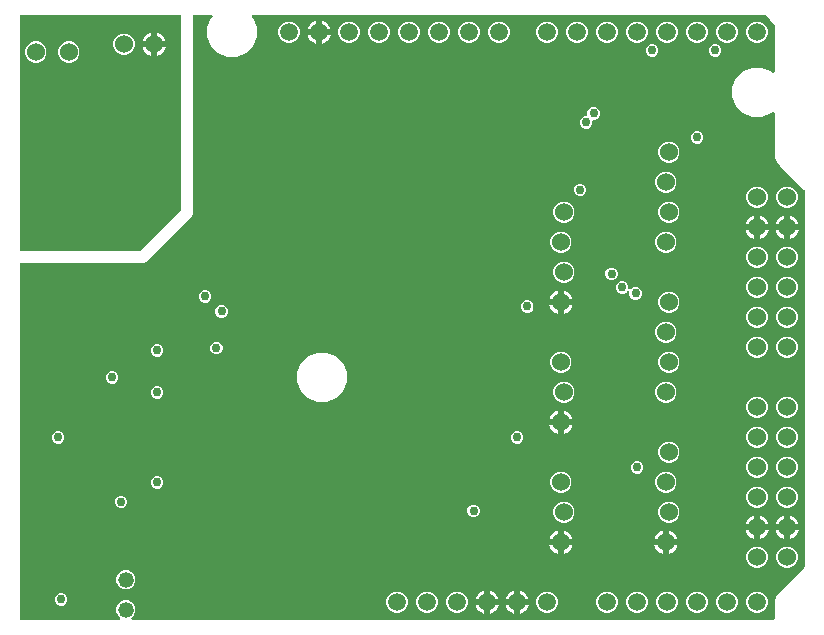
<source format=gbr>
G04 EAGLE Gerber RS-274X export*
G75*
%MOMM*%
%FSLAX34Y34*%
%LPD*%
%INEAGLE Copper Layer 2*%
%IPPOS*%
%AMOC8*
5,1,8,0,0,1.08239X$1,22.5*%
G01*
%ADD10C,1.508000*%
%ADD11C,1.524000*%
%ADD12C,1.320800*%
%ADD13C,0.756400*%

G36*
X94416Y10559D02*
X94416Y10559D01*
X94555Y10572D01*
X94574Y10579D01*
X94594Y10582D01*
X94723Y10633D01*
X94854Y10680D01*
X94871Y10691D01*
X94889Y10699D01*
X95002Y10780D01*
X95117Y10858D01*
X95130Y10874D01*
X95147Y10885D01*
X95236Y10993D01*
X95328Y11097D01*
X95337Y11115D01*
X95350Y11130D01*
X95409Y11256D01*
X95472Y11380D01*
X95477Y11400D01*
X95485Y11418D01*
X95511Y11555D01*
X95542Y11690D01*
X95541Y11711D01*
X95545Y11730D01*
X95536Y11869D01*
X95532Y12008D01*
X95526Y12028D01*
X95525Y12048D01*
X95482Y12180D01*
X95444Y12314D01*
X95433Y12331D01*
X95427Y12350D01*
X95353Y12468D01*
X95282Y12588D01*
X95264Y12609D01*
X95257Y12619D01*
X95242Y12633D01*
X95176Y12708D01*
X93439Y14445D01*
X92201Y17433D01*
X92201Y20667D01*
X93439Y23655D01*
X95725Y25941D01*
X98713Y27179D01*
X101947Y27179D01*
X104935Y25941D01*
X107221Y23655D01*
X108459Y20667D01*
X108459Y17433D01*
X107221Y14445D01*
X105484Y12708D01*
X105399Y12599D01*
X105310Y12492D01*
X105302Y12473D01*
X105289Y12457D01*
X105234Y12329D01*
X105175Y12204D01*
X105171Y12184D01*
X105163Y12165D01*
X105141Y12027D01*
X105115Y11891D01*
X105116Y11871D01*
X105113Y11851D01*
X105126Y11712D01*
X105135Y11574D01*
X105141Y11555D01*
X105143Y11535D01*
X105190Y11403D01*
X105233Y11272D01*
X105244Y11254D01*
X105251Y11235D01*
X105329Y11120D01*
X105403Y11003D01*
X105418Y10989D01*
X105429Y10972D01*
X105533Y10880D01*
X105635Y10785D01*
X105652Y10775D01*
X105668Y10762D01*
X105792Y10698D01*
X105913Y10631D01*
X105933Y10626D01*
X105951Y10617D01*
X106087Y10587D01*
X106221Y10552D01*
X106249Y10550D01*
X106261Y10547D01*
X106282Y10548D01*
X106382Y10542D01*
X648589Y10542D01*
X648707Y10557D01*
X648826Y10564D01*
X648864Y10577D01*
X648905Y10582D01*
X649015Y10625D01*
X649128Y10662D01*
X649163Y10684D01*
X649200Y10699D01*
X649296Y10768D01*
X649397Y10832D01*
X649425Y10862D01*
X649458Y10885D01*
X649534Y10977D01*
X649615Y11064D01*
X649635Y11099D01*
X649660Y11130D01*
X649711Y11238D01*
X649769Y11342D01*
X649779Y11382D01*
X649796Y11418D01*
X649818Y11535D01*
X649848Y11650D01*
X649852Y11710D01*
X649856Y11730D01*
X649854Y11751D01*
X649858Y11811D01*
X649858Y27497D01*
X651463Y31371D01*
X654607Y34515D01*
X674887Y54795D01*
X674947Y54873D01*
X675015Y54945D01*
X675044Y54998D01*
X675081Y55046D01*
X675121Y55137D01*
X675169Y55224D01*
X675184Y55282D01*
X675208Y55338D01*
X675223Y55436D01*
X675248Y55532D01*
X675254Y55632D01*
X675258Y55652D01*
X675256Y55664D01*
X675258Y55692D01*
X675258Y373568D01*
X675246Y373666D01*
X675243Y373765D01*
X675226Y373823D01*
X675218Y373883D01*
X675182Y373975D01*
X675154Y374070D01*
X675124Y374123D01*
X675101Y374179D01*
X675043Y374259D01*
X674993Y374344D01*
X674927Y374420D01*
X674915Y374436D01*
X674905Y374444D01*
X674887Y374465D01*
X654607Y394745D01*
X651463Y397889D01*
X649858Y401763D01*
X649858Y439358D01*
X649841Y439496D01*
X649828Y439635D01*
X649821Y439654D01*
X649818Y439674D01*
X649767Y439803D01*
X649720Y439934D01*
X649709Y439951D01*
X649701Y439969D01*
X649620Y440082D01*
X649542Y440197D01*
X649526Y440210D01*
X649515Y440227D01*
X649407Y440316D01*
X649303Y440407D01*
X649285Y440417D01*
X649270Y440430D01*
X649144Y440489D01*
X649020Y440552D01*
X649000Y440556D01*
X648982Y440565D01*
X648845Y440591D01*
X648710Y440622D01*
X648689Y440621D01*
X648670Y440625D01*
X648531Y440616D01*
X648392Y440612D01*
X648372Y440606D01*
X648352Y440605D01*
X648220Y440562D01*
X648086Y440524D01*
X648069Y440513D01*
X648050Y440507D01*
X647932Y440433D01*
X647812Y440362D01*
X647791Y440343D01*
X647781Y440337D01*
X647767Y440322D01*
X647692Y440256D01*
X646870Y439435D01*
X639168Y436244D01*
X630832Y436244D01*
X623130Y439435D01*
X617235Y445330D01*
X614044Y453032D01*
X614044Y461368D01*
X617235Y469070D01*
X623130Y474965D01*
X630832Y478156D01*
X639168Y478156D01*
X646870Y474965D01*
X647692Y474144D01*
X647786Y474071D01*
X647797Y474061D01*
X647804Y474057D01*
X647908Y473970D01*
X647927Y473962D01*
X647943Y473949D01*
X648070Y473894D01*
X648196Y473835D01*
X648216Y473831D01*
X648235Y473823D01*
X648373Y473801D01*
X648509Y473775D01*
X648529Y473776D01*
X648549Y473773D01*
X648688Y473786D01*
X648826Y473795D01*
X648845Y473801D01*
X648865Y473803D01*
X648997Y473850D01*
X649128Y473893D01*
X649146Y473904D01*
X649165Y473911D01*
X649280Y473989D01*
X649397Y474063D01*
X649411Y474078D01*
X649428Y474089D01*
X649520Y474193D01*
X649615Y474295D01*
X649625Y474312D01*
X649638Y474328D01*
X649701Y474451D01*
X649769Y474573D01*
X649774Y474593D01*
X649783Y474611D01*
X649813Y474747D01*
X649848Y474881D01*
X649850Y474909D01*
X649853Y474921D01*
X649852Y474942D01*
X649858Y475042D01*
X649858Y513566D01*
X649849Y513637D01*
X649850Y513708D01*
X649829Y513794D01*
X649818Y513881D01*
X649792Y513948D01*
X649775Y514017D01*
X649734Y514095D01*
X649701Y514177D01*
X649659Y514235D01*
X649626Y514298D01*
X649525Y514423D01*
X642170Y522447D01*
X642074Y522528D01*
X641981Y522615D01*
X641953Y522631D01*
X641927Y522652D01*
X641814Y522708D01*
X641703Y522769D01*
X641671Y522777D01*
X641641Y522791D01*
X641517Y522817D01*
X641395Y522848D01*
X641347Y522851D01*
X641330Y522855D01*
X641308Y522854D01*
X641234Y522858D01*
X208342Y522858D01*
X208204Y522841D01*
X208065Y522828D01*
X208046Y522821D01*
X208026Y522818D01*
X207897Y522767D01*
X207766Y522720D01*
X207749Y522709D01*
X207731Y522701D01*
X207618Y522620D01*
X207503Y522542D01*
X207490Y522526D01*
X207473Y522515D01*
X207384Y522407D01*
X207293Y522303D01*
X207283Y522285D01*
X207270Y522270D01*
X207211Y522144D01*
X207148Y522020D01*
X207144Y522000D01*
X207135Y521982D01*
X207109Y521845D01*
X207078Y521710D01*
X207079Y521689D01*
X207075Y521670D01*
X207084Y521531D01*
X207088Y521392D01*
X207094Y521372D01*
X207095Y521352D01*
X207138Y521220D01*
X207176Y521086D01*
X207187Y521069D01*
X207193Y521050D01*
X207267Y520932D01*
X207338Y520812D01*
X207357Y520791D01*
X207363Y520781D01*
X207378Y520767D01*
X207444Y520692D01*
X208265Y519870D01*
X211456Y512168D01*
X211456Y503832D01*
X208265Y496130D01*
X202370Y490235D01*
X194668Y487044D01*
X186332Y487044D01*
X178630Y490235D01*
X172735Y496130D01*
X169544Y503832D01*
X169544Y512168D01*
X172735Y519870D01*
X173556Y520692D01*
X173640Y520801D01*
X173730Y520908D01*
X173738Y520927D01*
X173751Y520943D01*
X173806Y521070D01*
X173865Y521196D01*
X173869Y521216D01*
X173877Y521235D01*
X173899Y521373D01*
X173925Y521509D01*
X173924Y521529D01*
X173927Y521549D01*
X173914Y521688D01*
X173905Y521826D01*
X173899Y521845D01*
X173897Y521865D01*
X173850Y521997D01*
X173807Y522128D01*
X173796Y522146D01*
X173789Y522165D01*
X173711Y522280D01*
X173637Y522397D01*
X173622Y522411D01*
X173611Y522428D01*
X173507Y522520D01*
X173405Y522615D01*
X173388Y522625D01*
X173372Y522638D01*
X173249Y522701D01*
X173127Y522769D01*
X173107Y522774D01*
X173089Y522783D01*
X172953Y522813D01*
X172819Y522848D01*
X172791Y522850D01*
X172779Y522853D01*
X172758Y522852D01*
X172658Y522858D01*
X158750Y522858D01*
X158632Y522843D01*
X158513Y522836D01*
X158475Y522823D01*
X158434Y522818D01*
X158324Y522775D01*
X158211Y522738D01*
X158176Y522716D01*
X158139Y522701D01*
X158043Y522632D01*
X157942Y522568D01*
X157914Y522538D01*
X157881Y522515D01*
X157805Y522423D01*
X157724Y522336D01*
X157704Y522301D01*
X157679Y522270D01*
X157628Y522162D01*
X157570Y522058D01*
X157560Y522018D01*
X157543Y521982D01*
X157521Y521865D01*
X157491Y521750D01*
X157487Y521690D01*
X157483Y521670D01*
X157485Y521649D01*
X157481Y521589D01*
X157481Y354589D01*
X156707Y352722D01*
X117178Y313193D01*
X115311Y312419D01*
X11811Y312419D01*
X11693Y312404D01*
X11574Y312397D01*
X11536Y312384D01*
X11495Y312379D01*
X11385Y312336D01*
X11272Y312299D01*
X11237Y312277D01*
X11200Y312262D01*
X11104Y312193D01*
X11003Y312129D01*
X10975Y312099D01*
X10942Y312076D01*
X10866Y311984D01*
X10785Y311897D01*
X10765Y311862D01*
X10740Y311831D01*
X10689Y311723D01*
X10631Y311619D01*
X10621Y311579D01*
X10604Y311543D01*
X10582Y311426D01*
X10552Y311311D01*
X10548Y311251D01*
X10544Y311231D01*
X10546Y311210D01*
X10542Y311150D01*
X10542Y11811D01*
X10557Y11693D01*
X10564Y11574D01*
X10577Y11536D01*
X10582Y11495D01*
X10625Y11385D01*
X10662Y11272D01*
X10684Y11237D01*
X10699Y11200D01*
X10768Y11104D01*
X10832Y11003D01*
X10862Y10975D01*
X10885Y10942D01*
X10977Y10866D01*
X11064Y10785D01*
X11099Y10765D01*
X11130Y10740D01*
X11238Y10689D01*
X11342Y10631D01*
X11382Y10621D01*
X11418Y10604D01*
X11535Y10582D01*
X11650Y10552D01*
X11710Y10548D01*
X11730Y10544D01*
X11751Y10546D01*
X11811Y10542D01*
X94278Y10542D01*
X94416Y10559D01*
G37*
G36*
X111768Y322593D02*
X111768Y322593D01*
X111867Y322596D01*
X111925Y322613D01*
X111985Y322621D01*
X112077Y322657D01*
X112172Y322685D01*
X112225Y322715D01*
X112281Y322738D01*
X112361Y322796D01*
X112446Y322846D01*
X112522Y322912D01*
X112538Y322924D01*
X112546Y322934D01*
X112567Y322952D01*
X146948Y357333D01*
X147008Y357411D01*
X147076Y357483D01*
X147105Y357536D01*
X147142Y357584D01*
X147182Y357675D01*
X147230Y357762D01*
X147245Y357820D01*
X147269Y357876D01*
X147284Y357974D01*
X147309Y358070D01*
X147315Y358170D01*
X147319Y358190D01*
X147317Y358202D01*
X147319Y358230D01*
X147319Y521589D01*
X147304Y521707D01*
X147297Y521826D01*
X147284Y521864D01*
X147279Y521905D01*
X147236Y522015D01*
X147199Y522128D01*
X147177Y522163D01*
X147162Y522200D01*
X147093Y522296D01*
X147029Y522397D01*
X146999Y522425D01*
X146976Y522458D01*
X146884Y522534D01*
X146797Y522615D01*
X146762Y522635D01*
X146731Y522660D01*
X146623Y522711D01*
X146519Y522769D01*
X146479Y522779D01*
X146443Y522796D01*
X146326Y522818D01*
X146211Y522848D01*
X146151Y522852D01*
X146131Y522856D01*
X146110Y522854D01*
X146050Y522858D01*
X11811Y522858D01*
X11693Y522843D01*
X11574Y522836D01*
X11536Y522823D01*
X11495Y522818D01*
X11385Y522775D01*
X11272Y522738D01*
X11237Y522716D01*
X11200Y522701D01*
X11104Y522632D01*
X11003Y522568D01*
X10975Y522538D01*
X10942Y522515D01*
X10866Y522423D01*
X10785Y522336D01*
X10765Y522301D01*
X10740Y522270D01*
X10689Y522162D01*
X10631Y522058D01*
X10621Y522018D01*
X10604Y521982D01*
X10582Y521865D01*
X10552Y521750D01*
X10548Y521690D01*
X10544Y521670D01*
X10546Y521649D01*
X10542Y521589D01*
X10542Y323850D01*
X10557Y323732D01*
X10564Y323613D01*
X10577Y323575D01*
X10582Y323534D01*
X10625Y323424D01*
X10662Y323311D01*
X10684Y323276D01*
X10699Y323239D01*
X10768Y323143D01*
X10832Y323042D01*
X10862Y323014D01*
X10885Y322981D01*
X10977Y322905D01*
X11064Y322824D01*
X11099Y322804D01*
X11130Y322779D01*
X11238Y322728D01*
X11342Y322670D01*
X11382Y322660D01*
X11418Y322643D01*
X11535Y322621D01*
X11650Y322591D01*
X11710Y322587D01*
X11730Y322583D01*
X11751Y322585D01*
X11811Y322581D01*
X111670Y322581D01*
X111768Y322593D01*
G37*
%LPC*%
G36*
X262532Y194944D02*
X262532Y194944D01*
X254830Y198135D01*
X248935Y204030D01*
X245744Y211732D01*
X245744Y220068D01*
X248935Y227770D01*
X254830Y233665D01*
X262532Y236856D01*
X270868Y236856D01*
X278570Y233665D01*
X284465Y227770D01*
X287656Y220068D01*
X287656Y211732D01*
X284465Y204030D01*
X278570Y198135D01*
X270868Y194944D01*
X262532Y194944D01*
G37*
%LPD*%
%LPC*%
G36*
X658581Y130555D02*
X658581Y130555D01*
X655220Y131947D01*
X652647Y134520D01*
X651255Y137881D01*
X651255Y141519D01*
X652647Y144880D01*
X655220Y147453D01*
X658581Y148845D01*
X662219Y148845D01*
X665580Y147453D01*
X668153Y144880D01*
X669545Y141519D01*
X669545Y137881D01*
X668153Y134520D01*
X665580Y131947D01*
X662219Y130555D01*
X658581Y130555D01*
G37*
%LPD*%
%LPC*%
G36*
X633181Y155955D02*
X633181Y155955D01*
X629820Y157347D01*
X627247Y159920D01*
X625855Y163281D01*
X625855Y166919D01*
X627247Y170280D01*
X629820Y172853D01*
X633181Y174245D01*
X636819Y174245D01*
X640180Y172853D01*
X642753Y170280D01*
X644145Y166919D01*
X644145Y163281D01*
X642753Y159920D01*
X640180Y157347D01*
X636819Y155955D01*
X633181Y155955D01*
G37*
%LPD*%
%LPC*%
G36*
X658581Y155955D02*
X658581Y155955D01*
X655220Y157347D01*
X652647Y159920D01*
X651255Y163281D01*
X651255Y166919D01*
X652647Y170280D01*
X655220Y172853D01*
X658581Y174245D01*
X662219Y174245D01*
X665580Y172853D01*
X668153Y170280D01*
X669545Y166919D01*
X669545Y163281D01*
X668153Y159920D01*
X665580Y157347D01*
X662219Y155955D01*
X658581Y155955D01*
G37*
%LPD*%
%LPC*%
G36*
X633181Y181355D02*
X633181Y181355D01*
X629820Y182747D01*
X627247Y185320D01*
X625855Y188681D01*
X625855Y192319D01*
X627247Y195680D01*
X629820Y198253D01*
X633181Y199645D01*
X636819Y199645D01*
X640180Y198253D01*
X642753Y195680D01*
X644145Y192319D01*
X644145Y188681D01*
X642753Y185320D01*
X640180Y182747D01*
X636819Y181355D01*
X633181Y181355D01*
G37*
%LPD*%
%LPC*%
G36*
X658581Y181355D02*
X658581Y181355D01*
X655220Y182747D01*
X652647Y185320D01*
X651255Y188681D01*
X651255Y192319D01*
X652647Y195680D01*
X655220Y198253D01*
X658581Y199645D01*
X662219Y199645D01*
X665580Y198253D01*
X668153Y195680D01*
X669545Y192319D01*
X669545Y188681D01*
X668153Y185320D01*
X665580Y182747D01*
X662219Y181355D01*
X658581Y181355D01*
G37*
%LPD*%
%LPC*%
G36*
X555711Y321055D02*
X555711Y321055D01*
X552350Y322447D01*
X549777Y325020D01*
X548385Y328381D01*
X548385Y332019D01*
X549777Y335380D01*
X552350Y337953D01*
X555711Y339345D01*
X559349Y339345D01*
X562710Y337953D01*
X565283Y335380D01*
X566675Y332019D01*
X566675Y328381D01*
X565283Y325020D01*
X562710Y322447D01*
X559349Y321055D01*
X555711Y321055D01*
G37*
%LPD*%
%LPC*%
G36*
X466811Y321055D02*
X466811Y321055D01*
X463450Y322447D01*
X460877Y325020D01*
X459485Y328381D01*
X459485Y332019D01*
X460877Y335380D01*
X463450Y337953D01*
X466811Y339345D01*
X470449Y339345D01*
X473810Y337953D01*
X476383Y335380D01*
X477775Y332019D01*
X477775Y328381D01*
X476383Y325020D01*
X473810Y322447D01*
X470449Y321055D01*
X466811Y321055D01*
G37*
%LPD*%
%LPC*%
G36*
X658581Y359155D02*
X658581Y359155D01*
X655220Y360547D01*
X652647Y363120D01*
X651255Y366481D01*
X651255Y370119D01*
X652647Y373480D01*
X655220Y376053D01*
X658581Y377445D01*
X662219Y377445D01*
X665580Y376053D01*
X668153Y373480D01*
X669545Y370119D01*
X669545Y366481D01*
X668153Y363120D01*
X665580Y360547D01*
X662219Y359155D01*
X658581Y359155D01*
G37*
%LPD*%
%LPC*%
G36*
X658581Y308355D02*
X658581Y308355D01*
X655220Y309747D01*
X652647Y312320D01*
X651255Y315681D01*
X651255Y319319D01*
X652647Y322680D01*
X655220Y325253D01*
X658581Y326645D01*
X662219Y326645D01*
X665580Y325253D01*
X668153Y322680D01*
X669545Y319319D01*
X669545Y315681D01*
X668153Y312320D01*
X665580Y309747D01*
X662219Y308355D01*
X658581Y308355D01*
G37*
%LPD*%
%LPC*%
G36*
X633181Y308355D02*
X633181Y308355D01*
X629820Y309747D01*
X627247Y312320D01*
X625855Y315681D01*
X625855Y319319D01*
X627247Y322680D01*
X629820Y325253D01*
X633181Y326645D01*
X636819Y326645D01*
X640180Y325253D01*
X642753Y322680D01*
X644145Y319319D01*
X644145Y315681D01*
X642753Y312320D01*
X640180Y309747D01*
X636819Y308355D01*
X633181Y308355D01*
G37*
%LPD*%
%LPC*%
G36*
X469351Y295655D02*
X469351Y295655D01*
X465990Y297047D01*
X463417Y299620D01*
X462025Y302981D01*
X462025Y306619D01*
X463417Y309980D01*
X465990Y312553D01*
X469351Y313945D01*
X472989Y313945D01*
X476350Y312553D01*
X478923Y309980D01*
X480315Y306619D01*
X480315Y302981D01*
X478923Y299620D01*
X476350Y297047D01*
X472989Y295655D01*
X469351Y295655D01*
G37*
%LPD*%
%LPC*%
G36*
X633181Y257555D02*
X633181Y257555D01*
X629820Y258947D01*
X627247Y261520D01*
X625855Y264881D01*
X625855Y268519D01*
X627247Y271880D01*
X629820Y274453D01*
X633181Y275845D01*
X636819Y275845D01*
X640180Y274453D01*
X642753Y271880D01*
X644145Y268519D01*
X644145Y264881D01*
X642753Y261520D01*
X640180Y258947D01*
X636819Y257555D01*
X633181Y257555D01*
G37*
%LPD*%
%LPC*%
G36*
X658581Y282955D02*
X658581Y282955D01*
X655220Y284347D01*
X652647Y286920D01*
X651255Y290281D01*
X651255Y293919D01*
X652647Y297280D01*
X655220Y299853D01*
X658581Y301245D01*
X662219Y301245D01*
X665580Y299853D01*
X668153Y297280D01*
X669545Y293919D01*
X669545Y290281D01*
X668153Y286920D01*
X665580Y284347D01*
X662219Y282955D01*
X658581Y282955D01*
G37*
%LPD*%
%LPC*%
G36*
X633181Y282955D02*
X633181Y282955D01*
X629820Y284347D01*
X627247Y286920D01*
X625855Y290281D01*
X625855Y293919D01*
X627247Y297280D01*
X629820Y299853D01*
X633181Y301245D01*
X636819Y301245D01*
X640180Y299853D01*
X642753Y297280D01*
X644145Y293919D01*
X644145Y290281D01*
X642753Y286920D01*
X640180Y284347D01*
X636819Y282955D01*
X633181Y282955D01*
G37*
%LPD*%
%LPC*%
G36*
X555711Y244855D02*
X555711Y244855D01*
X552350Y246247D01*
X549777Y248820D01*
X548385Y252181D01*
X548385Y255819D01*
X549777Y259180D01*
X552350Y261753D01*
X555711Y263145D01*
X559349Y263145D01*
X562710Y261753D01*
X565283Y259180D01*
X566675Y255819D01*
X566675Y252181D01*
X565283Y248820D01*
X562710Y246247D01*
X559349Y244855D01*
X555711Y244855D01*
G37*
%LPD*%
%LPC*%
G36*
X469351Y194055D02*
X469351Y194055D01*
X465990Y195447D01*
X463417Y198020D01*
X462025Y201381D01*
X462025Y205019D01*
X463417Y208380D01*
X465990Y210953D01*
X469351Y212345D01*
X472989Y212345D01*
X476350Y210953D01*
X478923Y208380D01*
X480315Y205019D01*
X480315Y201381D01*
X478923Y198020D01*
X476350Y195447D01*
X472989Y194055D01*
X469351Y194055D01*
G37*
%LPD*%
%LPC*%
G36*
X555711Y194055D02*
X555711Y194055D01*
X552350Y195447D01*
X549777Y198020D01*
X548385Y201381D01*
X548385Y205019D01*
X549777Y208380D01*
X552350Y210953D01*
X555711Y212345D01*
X559349Y212345D01*
X562710Y210953D01*
X565283Y208380D01*
X566675Y205019D01*
X566675Y201381D01*
X565283Y198020D01*
X562710Y195447D01*
X559349Y194055D01*
X555711Y194055D01*
G37*
%LPD*%
%LPC*%
G36*
X558251Y270255D02*
X558251Y270255D01*
X554890Y271647D01*
X552317Y274220D01*
X550925Y277581D01*
X550925Y281219D01*
X552317Y284580D01*
X554890Y287153D01*
X558251Y288545D01*
X561889Y288545D01*
X565250Y287153D01*
X567823Y284580D01*
X569215Y281219D01*
X569215Y277581D01*
X567823Y274220D01*
X565250Y271647D01*
X561889Y270255D01*
X558251Y270255D01*
G37*
%LPD*%
%LPC*%
G36*
X658581Y232155D02*
X658581Y232155D01*
X655220Y233547D01*
X652647Y236120D01*
X651255Y239481D01*
X651255Y243119D01*
X652647Y246480D01*
X655220Y249053D01*
X658581Y250445D01*
X662219Y250445D01*
X665580Y249053D01*
X668153Y246480D01*
X669545Y243119D01*
X669545Y239481D01*
X668153Y236120D01*
X665580Y233547D01*
X662219Y232155D01*
X658581Y232155D01*
G37*
%LPD*%
%LPC*%
G36*
X97241Y488695D02*
X97241Y488695D01*
X93880Y490087D01*
X91307Y492660D01*
X89915Y496021D01*
X89915Y499659D01*
X91307Y503020D01*
X93880Y505593D01*
X97241Y506985D01*
X100879Y506985D01*
X104240Y505593D01*
X106813Y503020D01*
X108205Y499659D01*
X108205Y496021D01*
X106813Y492660D01*
X104240Y490087D01*
X100879Y488695D01*
X97241Y488695D01*
G37*
%LPD*%
%LPC*%
G36*
X633181Y54355D02*
X633181Y54355D01*
X629820Y55747D01*
X627247Y58320D01*
X625855Y61681D01*
X625855Y65319D01*
X627247Y68680D01*
X629820Y71253D01*
X633181Y72645D01*
X636819Y72645D01*
X640180Y71253D01*
X642753Y68680D01*
X644145Y65319D01*
X644145Y61681D01*
X642753Y58320D01*
X640180Y55747D01*
X636819Y54355D01*
X633181Y54355D01*
G37*
%LPD*%
%LPC*%
G36*
X658581Y54355D02*
X658581Y54355D01*
X655220Y55747D01*
X652647Y58320D01*
X651255Y61681D01*
X651255Y65319D01*
X652647Y68680D01*
X655220Y71253D01*
X658581Y72645D01*
X662219Y72645D01*
X665580Y71253D01*
X668153Y68680D01*
X669545Y65319D01*
X669545Y61681D01*
X668153Y58320D01*
X665580Y55747D01*
X662219Y54355D01*
X658581Y54355D01*
G37*
%LPD*%
%LPC*%
G36*
X50251Y482345D02*
X50251Y482345D01*
X46890Y483737D01*
X44317Y486310D01*
X42925Y489671D01*
X42925Y493309D01*
X44317Y496670D01*
X46890Y499243D01*
X50251Y500635D01*
X53889Y500635D01*
X57250Y499243D01*
X59823Y496670D01*
X61215Y493309D01*
X61215Y489671D01*
X59823Y486310D01*
X57250Y483737D01*
X53889Y482345D01*
X50251Y482345D01*
G37*
%LPD*%
%LPC*%
G36*
X22311Y482345D02*
X22311Y482345D01*
X18950Y483737D01*
X16377Y486310D01*
X14985Y489671D01*
X14985Y493309D01*
X16377Y496670D01*
X18950Y499243D01*
X22311Y500635D01*
X25949Y500635D01*
X29310Y499243D01*
X31883Y496670D01*
X33275Y493309D01*
X33275Y489671D01*
X31883Y486310D01*
X29310Y483737D01*
X25949Y482345D01*
X22311Y482345D01*
G37*
%LPD*%
%LPC*%
G36*
X633181Y232155D02*
X633181Y232155D01*
X629820Y233547D01*
X627247Y236120D01*
X625855Y239481D01*
X625855Y243119D01*
X627247Y246480D01*
X629820Y249053D01*
X633181Y250445D01*
X636819Y250445D01*
X640180Y249053D01*
X642753Y246480D01*
X644145Y243119D01*
X644145Y239481D01*
X642753Y236120D01*
X640180Y233547D01*
X636819Y232155D01*
X633181Y232155D01*
G37*
%LPD*%
%LPC*%
G36*
X466811Y219455D02*
X466811Y219455D01*
X463450Y220847D01*
X460877Y223420D01*
X459485Y226781D01*
X459485Y230419D01*
X460877Y233780D01*
X463450Y236353D01*
X466811Y237745D01*
X470449Y237745D01*
X473810Y236353D01*
X476383Y233780D01*
X477775Y230419D01*
X477775Y226781D01*
X476383Y223420D01*
X473810Y220847D01*
X470449Y219455D01*
X466811Y219455D01*
G37*
%LPD*%
%LPC*%
G36*
X469351Y92455D02*
X469351Y92455D01*
X465990Y93847D01*
X463417Y96420D01*
X462025Y99781D01*
X462025Y103419D01*
X463417Y106780D01*
X465990Y109353D01*
X469351Y110745D01*
X472989Y110745D01*
X476350Y109353D01*
X478923Y106780D01*
X480315Y103419D01*
X480315Y99781D01*
X478923Y96420D01*
X476350Y93847D01*
X472989Y92455D01*
X469351Y92455D01*
G37*
%LPD*%
%LPC*%
G36*
X558251Y92455D02*
X558251Y92455D01*
X554890Y93847D01*
X552317Y96420D01*
X550925Y99781D01*
X550925Y103419D01*
X552317Y106780D01*
X554890Y109353D01*
X558251Y110745D01*
X561889Y110745D01*
X565250Y109353D01*
X567823Y106780D01*
X569215Y103419D01*
X569215Y99781D01*
X567823Y96420D01*
X565250Y93847D01*
X561889Y92455D01*
X558251Y92455D01*
G37*
%LPD*%
%LPC*%
G36*
X633181Y105155D02*
X633181Y105155D01*
X629820Y106547D01*
X627247Y109120D01*
X625855Y112481D01*
X625855Y116119D01*
X627247Y119480D01*
X629820Y122053D01*
X633181Y123445D01*
X636819Y123445D01*
X640180Y122053D01*
X642753Y119480D01*
X644145Y116119D01*
X644145Y112481D01*
X642753Y109120D01*
X640180Y106547D01*
X636819Y105155D01*
X633181Y105155D01*
G37*
%LPD*%
%LPC*%
G36*
X558251Y219455D02*
X558251Y219455D01*
X554890Y220847D01*
X552317Y223420D01*
X550925Y226781D01*
X550925Y230419D01*
X552317Y233780D01*
X554890Y236353D01*
X558251Y237745D01*
X561889Y237745D01*
X565250Y236353D01*
X567823Y233780D01*
X569215Y230419D01*
X569215Y226781D01*
X567823Y223420D01*
X565250Y220847D01*
X561889Y219455D01*
X558251Y219455D01*
G37*
%LPD*%
%LPC*%
G36*
X558251Y397255D02*
X558251Y397255D01*
X554890Y398647D01*
X552317Y401220D01*
X550925Y404581D01*
X550925Y408219D01*
X552317Y411580D01*
X554890Y414153D01*
X558251Y415545D01*
X561889Y415545D01*
X565250Y414153D01*
X567823Y411580D01*
X569215Y408219D01*
X569215Y404581D01*
X567823Y401220D01*
X565250Y398647D01*
X561889Y397255D01*
X558251Y397255D01*
G37*
%LPD*%
%LPC*%
G36*
X555711Y371855D02*
X555711Y371855D01*
X552350Y373247D01*
X549777Y375820D01*
X548385Y379181D01*
X548385Y382819D01*
X549777Y386180D01*
X552350Y388753D01*
X555711Y390145D01*
X559349Y390145D01*
X562710Y388753D01*
X565283Y386180D01*
X566675Y382819D01*
X566675Y379181D01*
X565283Y375820D01*
X562710Y373247D01*
X559349Y371855D01*
X555711Y371855D01*
G37*
%LPD*%
%LPC*%
G36*
X658581Y257555D02*
X658581Y257555D01*
X655220Y258947D01*
X652647Y261520D01*
X651255Y264881D01*
X651255Y268519D01*
X652647Y271880D01*
X655220Y274453D01*
X658581Y275845D01*
X662219Y275845D01*
X665580Y274453D01*
X668153Y271880D01*
X669545Y268519D01*
X669545Y264881D01*
X668153Y261520D01*
X665580Y258947D01*
X662219Y257555D01*
X658581Y257555D01*
G37*
%LPD*%
%LPC*%
G36*
X558251Y143255D02*
X558251Y143255D01*
X554890Y144647D01*
X552317Y147220D01*
X550925Y150581D01*
X550925Y154219D01*
X552317Y157580D01*
X554890Y160153D01*
X558251Y161545D01*
X561889Y161545D01*
X565250Y160153D01*
X567823Y157580D01*
X569215Y154219D01*
X569215Y150581D01*
X567823Y147220D01*
X565250Y144647D01*
X561889Y143255D01*
X558251Y143255D01*
G37*
%LPD*%
%LPC*%
G36*
X633181Y359155D02*
X633181Y359155D01*
X629820Y360547D01*
X627247Y363120D01*
X625855Y366481D01*
X625855Y370119D01*
X627247Y373480D01*
X629820Y376053D01*
X633181Y377445D01*
X636819Y377445D01*
X640180Y376053D01*
X642753Y373480D01*
X644145Y370119D01*
X644145Y366481D01*
X642753Y363120D01*
X640180Y360547D01*
X636819Y359155D01*
X633181Y359155D01*
G37*
%LPD*%
%LPC*%
G36*
X558251Y346455D02*
X558251Y346455D01*
X554890Y347847D01*
X552317Y350420D01*
X550925Y353781D01*
X550925Y357419D01*
X552317Y360780D01*
X554890Y363353D01*
X558251Y364745D01*
X561889Y364745D01*
X565250Y363353D01*
X567823Y360780D01*
X569215Y357419D01*
X569215Y353781D01*
X567823Y350420D01*
X565250Y347847D01*
X561889Y346455D01*
X558251Y346455D01*
G37*
%LPD*%
%LPC*%
G36*
X469351Y346455D02*
X469351Y346455D01*
X465990Y347847D01*
X463417Y350420D01*
X462025Y353781D01*
X462025Y357419D01*
X463417Y360780D01*
X465990Y363353D01*
X469351Y364745D01*
X472989Y364745D01*
X476350Y363353D01*
X478923Y360780D01*
X480315Y357419D01*
X480315Y353781D01*
X478923Y350420D01*
X476350Y347847D01*
X472989Y346455D01*
X469351Y346455D01*
G37*
%LPD*%
%LPC*%
G36*
X658581Y105155D02*
X658581Y105155D01*
X655220Y106547D01*
X652647Y109120D01*
X651255Y112481D01*
X651255Y116119D01*
X652647Y119480D01*
X655220Y122053D01*
X658581Y123445D01*
X662219Y123445D01*
X665580Y122053D01*
X668153Y119480D01*
X669545Y116119D01*
X669545Y112481D01*
X668153Y109120D01*
X665580Y106547D01*
X662219Y105155D01*
X658581Y105155D01*
G37*
%LPD*%
%LPC*%
G36*
X466811Y117855D02*
X466811Y117855D01*
X463450Y119247D01*
X460877Y121820D01*
X459485Y125181D01*
X459485Y128819D01*
X460877Y132180D01*
X463450Y134753D01*
X466811Y136145D01*
X470449Y136145D01*
X473810Y134753D01*
X476383Y132180D01*
X477775Y128819D01*
X477775Y125181D01*
X476383Y121820D01*
X473810Y119247D01*
X470449Y117855D01*
X466811Y117855D01*
G37*
%LPD*%
%LPC*%
G36*
X555711Y117855D02*
X555711Y117855D01*
X552350Y119247D01*
X549777Y121820D01*
X548385Y125181D01*
X548385Y128819D01*
X549777Y132180D01*
X552350Y134753D01*
X555711Y136145D01*
X559349Y136145D01*
X562710Y134753D01*
X565283Y132180D01*
X566675Y128819D01*
X566675Y125181D01*
X565283Y121820D01*
X562710Y119247D01*
X559349Y117855D01*
X555711Y117855D01*
G37*
%LPD*%
%LPC*%
G36*
X633181Y130555D02*
X633181Y130555D01*
X629820Y131947D01*
X627247Y134520D01*
X625855Y137881D01*
X625855Y141519D01*
X627247Y144880D01*
X629820Y147453D01*
X633181Y148845D01*
X636819Y148845D01*
X640180Y147453D01*
X642753Y144880D01*
X644145Y141519D01*
X644145Y137881D01*
X642753Y134520D01*
X640180Y131947D01*
X636819Y130555D01*
X633181Y130555D01*
G37*
%LPD*%
%LPC*%
G36*
X582397Y16335D02*
X582397Y16335D01*
X579065Y17715D01*
X576515Y20265D01*
X575135Y23597D01*
X575135Y27203D01*
X576515Y30535D01*
X579065Y33085D01*
X582397Y34465D01*
X586003Y34465D01*
X589335Y33085D01*
X591885Y30535D01*
X593265Y27203D01*
X593265Y23597D01*
X591885Y20265D01*
X589335Y17715D01*
X586003Y16335D01*
X582397Y16335D01*
G37*
%LPD*%
%LPC*%
G36*
X607797Y16335D02*
X607797Y16335D01*
X604465Y17715D01*
X601915Y20265D01*
X600535Y23597D01*
X600535Y27203D01*
X601915Y30535D01*
X604465Y33085D01*
X607797Y34465D01*
X611403Y34465D01*
X614735Y33085D01*
X617285Y30535D01*
X618665Y27203D01*
X618665Y23597D01*
X617285Y20265D01*
X614735Y17715D01*
X611403Y16335D01*
X607797Y16335D01*
G37*
%LPD*%
%LPC*%
G36*
X287757Y498935D02*
X287757Y498935D01*
X284425Y500315D01*
X281875Y502865D01*
X280495Y506197D01*
X280495Y509803D01*
X281875Y513135D01*
X284425Y515685D01*
X287757Y517065D01*
X291363Y517065D01*
X294695Y515685D01*
X297245Y513135D01*
X298625Y509803D01*
X298625Y506197D01*
X297245Y502865D01*
X294695Y500315D01*
X291363Y498935D01*
X287757Y498935D01*
G37*
%LPD*%
%LPC*%
G36*
X582397Y498935D02*
X582397Y498935D01*
X579065Y500315D01*
X576515Y502865D01*
X575135Y506197D01*
X575135Y509803D01*
X576515Y513135D01*
X579065Y515685D01*
X582397Y517065D01*
X586003Y517065D01*
X589335Y515685D01*
X591885Y513135D01*
X593265Y509803D01*
X593265Y506197D01*
X591885Y502865D01*
X589335Y500315D01*
X586003Y498935D01*
X582397Y498935D01*
G37*
%LPD*%
%LPC*%
G36*
X236957Y498935D02*
X236957Y498935D01*
X233625Y500315D01*
X231075Y502865D01*
X229695Y506197D01*
X229695Y509803D01*
X231075Y513135D01*
X233625Y515685D01*
X236957Y517065D01*
X240563Y517065D01*
X243895Y515685D01*
X246445Y513135D01*
X247825Y509803D01*
X247825Y506197D01*
X246445Y502865D01*
X243895Y500315D01*
X240563Y498935D01*
X236957Y498935D01*
G37*
%LPD*%
%LPC*%
G36*
X531597Y498935D02*
X531597Y498935D01*
X528265Y500315D01*
X525715Y502865D01*
X524335Y506197D01*
X524335Y509803D01*
X525715Y513135D01*
X528265Y515685D01*
X531597Y517065D01*
X535203Y517065D01*
X538535Y515685D01*
X541085Y513135D01*
X542465Y509803D01*
X542465Y506197D01*
X541085Y502865D01*
X538535Y500315D01*
X535203Y498935D01*
X531597Y498935D01*
G37*
%LPD*%
%LPC*%
G36*
X633197Y498935D02*
X633197Y498935D01*
X629865Y500315D01*
X627315Y502865D01*
X625935Y506197D01*
X625935Y509803D01*
X627315Y513135D01*
X629865Y515685D01*
X633197Y517065D01*
X636803Y517065D01*
X640135Y515685D01*
X642685Y513135D01*
X644065Y509803D01*
X644065Y506197D01*
X642685Y502865D01*
X640135Y500315D01*
X636803Y498935D01*
X633197Y498935D01*
G37*
%LPD*%
%LPC*%
G36*
X556997Y498935D02*
X556997Y498935D01*
X553665Y500315D01*
X551115Y502865D01*
X549735Y506197D01*
X549735Y509803D01*
X551115Y513135D01*
X553665Y515685D01*
X556997Y517065D01*
X560603Y517065D01*
X563935Y515685D01*
X566485Y513135D01*
X567865Y509803D01*
X567865Y506197D01*
X566485Y502865D01*
X563935Y500315D01*
X560603Y498935D01*
X556997Y498935D01*
G37*
%LPD*%
%LPC*%
G36*
X506197Y498935D02*
X506197Y498935D01*
X502865Y500315D01*
X500315Y502865D01*
X498935Y506197D01*
X498935Y509803D01*
X500315Y513135D01*
X502865Y515685D01*
X506197Y517065D01*
X509803Y517065D01*
X513135Y515685D01*
X515685Y513135D01*
X517065Y509803D01*
X517065Y506197D01*
X515685Y502865D01*
X513135Y500315D01*
X509803Y498935D01*
X506197Y498935D01*
G37*
%LPD*%
%LPC*%
G36*
X480797Y498935D02*
X480797Y498935D01*
X477465Y500315D01*
X474915Y502865D01*
X473535Y506197D01*
X473535Y509803D01*
X474915Y513135D01*
X477465Y515685D01*
X480797Y517065D01*
X484403Y517065D01*
X487735Y515685D01*
X490285Y513135D01*
X491665Y509803D01*
X491665Y506197D01*
X490285Y502865D01*
X487735Y500315D01*
X484403Y498935D01*
X480797Y498935D01*
G37*
%LPD*%
%LPC*%
G36*
X455397Y498935D02*
X455397Y498935D01*
X452065Y500315D01*
X449515Y502865D01*
X448135Y506197D01*
X448135Y509803D01*
X449515Y513135D01*
X452065Y515685D01*
X455397Y517065D01*
X459003Y517065D01*
X462335Y515685D01*
X464885Y513135D01*
X466265Y509803D01*
X466265Y506197D01*
X464885Y502865D01*
X462335Y500315D01*
X459003Y498935D01*
X455397Y498935D01*
G37*
%LPD*%
%LPC*%
G36*
X414757Y498935D02*
X414757Y498935D01*
X411425Y500315D01*
X408875Y502865D01*
X407495Y506197D01*
X407495Y509803D01*
X408875Y513135D01*
X411425Y515685D01*
X414757Y517065D01*
X418363Y517065D01*
X421695Y515685D01*
X424245Y513135D01*
X425625Y509803D01*
X425625Y506197D01*
X424245Y502865D01*
X421695Y500315D01*
X418363Y498935D01*
X414757Y498935D01*
G37*
%LPD*%
%LPC*%
G36*
X389357Y498935D02*
X389357Y498935D01*
X386025Y500315D01*
X383475Y502865D01*
X382095Y506197D01*
X382095Y509803D01*
X383475Y513135D01*
X386025Y515685D01*
X389357Y517065D01*
X392963Y517065D01*
X396295Y515685D01*
X398845Y513135D01*
X400225Y509803D01*
X400225Y506197D01*
X398845Y502865D01*
X396295Y500315D01*
X392963Y498935D01*
X389357Y498935D01*
G37*
%LPD*%
%LPC*%
G36*
X363957Y498935D02*
X363957Y498935D01*
X360625Y500315D01*
X358075Y502865D01*
X356695Y506197D01*
X356695Y509803D01*
X358075Y513135D01*
X360625Y515685D01*
X363957Y517065D01*
X367563Y517065D01*
X370895Y515685D01*
X373445Y513135D01*
X374825Y509803D01*
X374825Y506197D01*
X373445Y502865D01*
X370895Y500315D01*
X367563Y498935D01*
X363957Y498935D01*
G37*
%LPD*%
%LPC*%
G36*
X338557Y498935D02*
X338557Y498935D01*
X335225Y500315D01*
X332675Y502865D01*
X331295Y506197D01*
X331295Y509803D01*
X332675Y513135D01*
X335225Y515685D01*
X338557Y517065D01*
X342163Y517065D01*
X345495Y515685D01*
X348045Y513135D01*
X349425Y509803D01*
X349425Y506197D01*
X348045Y502865D01*
X345495Y500315D01*
X342163Y498935D01*
X338557Y498935D01*
G37*
%LPD*%
%LPC*%
G36*
X607797Y498935D02*
X607797Y498935D01*
X604465Y500315D01*
X601915Y502865D01*
X600535Y506197D01*
X600535Y509803D01*
X601915Y513135D01*
X604465Y515685D01*
X607797Y517065D01*
X611403Y517065D01*
X614735Y515685D01*
X617285Y513135D01*
X618665Y509803D01*
X618665Y506197D01*
X617285Y502865D01*
X614735Y500315D01*
X611403Y498935D01*
X607797Y498935D01*
G37*
%LPD*%
%LPC*%
G36*
X633197Y16335D02*
X633197Y16335D01*
X629865Y17715D01*
X627315Y20265D01*
X625935Y23597D01*
X625935Y27203D01*
X627315Y30535D01*
X629865Y33085D01*
X633197Y34465D01*
X636803Y34465D01*
X640135Y33085D01*
X642685Y30535D01*
X644065Y27203D01*
X644065Y23597D01*
X642685Y20265D01*
X640135Y17715D01*
X636803Y16335D01*
X633197Y16335D01*
G37*
%LPD*%
%LPC*%
G36*
X313157Y498935D02*
X313157Y498935D01*
X309825Y500315D01*
X307275Y502865D01*
X305895Y506197D01*
X305895Y509803D01*
X307275Y513135D01*
X309825Y515685D01*
X313157Y517065D01*
X316763Y517065D01*
X320095Y515685D01*
X322645Y513135D01*
X324025Y509803D01*
X324025Y506197D01*
X322645Y502865D01*
X320095Y500315D01*
X316763Y498935D01*
X313157Y498935D01*
G37*
%LPD*%
%LPC*%
G36*
X556997Y16335D02*
X556997Y16335D01*
X553665Y17715D01*
X551115Y20265D01*
X549735Y23597D01*
X549735Y27203D01*
X551115Y30535D01*
X553665Y33085D01*
X556997Y34465D01*
X560603Y34465D01*
X563935Y33085D01*
X566485Y30535D01*
X567865Y27203D01*
X567865Y23597D01*
X566485Y20265D01*
X563935Y17715D01*
X560603Y16335D01*
X556997Y16335D01*
G37*
%LPD*%
%LPC*%
G36*
X531597Y16335D02*
X531597Y16335D01*
X528265Y17715D01*
X525715Y20265D01*
X524335Y23597D01*
X524335Y27203D01*
X525715Y30535D01*
X528265Y33085D01*
X531597Y34465D01*
X535203Y34465D01*
X538535Y33085D01*
X541085Y30535D01*
X542465Y27203D01*
X542465Y23597D01*
X541085Y20265D01*
X538535Y17715D01*
X535203Y16335D01*
X531597Y16335D01*
G37*
%LPD*%
%LPC*%
G36*
X506197Y16335D02*
X506197Y16335D01*
X502865Y17715D01*
X500315Y20265D01*
X498935Y23597D01*
X498935Y27203D01*
X500315Y30535D01*
X502865Y33085D01*
X506197Y34465D01*
X509803Y34465D01*
X513135Y33085D01*
X515685Y30535D01*
X517065Y27203D01*
X517065Y23597D01*
X515685Y20265D01*
X513135Y17715D01*
X509803Y16335D01*
X506197Y16335D01*
G37*
%LPD*%
%LPC*%
G36*
X455397Y16335D02*
X455397Y16335D01*
X452065Y17715D01*
X449515Y20265D01*
X448135Y23597D01*
X448135Y27203D01*
X449515Y30535D01*
X452065Y33085D01*
X455397Y34465D01*
X459003Y34465D01*
X462335Y33085D01*
X464885Y30535D01*
X466265Y27203D01*
X466265Y23597D01*
X464885Y20265D01*
X462335Y17715D01*
X459003Y16335D01*
X455397Y16335D01*
G37*
%LPD*%
%LPC*%
G36*
X379197Y16335D02*
X379197Y16335D01*
X375865Y17715D01*
X373315Y20265D01*
X371935Y23597D01*
X371935Y27203D01*
X373315Y30535D01*
X375865Y33085D01*
X379197Y34465D01*
X382803Y34465D01*
X386135Y33085D01*
X388685Y30535D01*
X390065Y27203D01*
X390065Y23597D01*
X388685Y20265D01*
X386135Y17715D01*
X382803Y16335D01*
X379197Y16335D01*
G37*
%LPD*%
%LPC*%
G36*
X353797Y16335D02*
X353797Y16335D01*
X350465Y17715D01*
X347915Y20265D01*
X346535Y23597D01*
X346535Y27203D01*
X347915Y30535D01*
X350465Y33085D01*
X353797Y34465D01*
X357403Y34465D01*
X360735Y33085D01*
X363285Y30535D01*
X364665Y27203D01*
X364665Y23597D01*
X363285Y20265D01*
X360735Y17715D01*
X357403Y16335D01*
X353797Y16335D01*
G37*
%LPD*%
%LPC*%
G36*
X328397Y16335D02*
X328397Y16335D01*
X325065Y17715D01*
X322515Y20265D01*
X321135Y23597D01*
X321135Y27203D01*
X322515Y30535D01*
X325065Y33085D01*
X328397Y34465D01*
X332003Y34465D01*
X335335Y33085D01*
X337885Y30535D01*
X339265Y27203D01*
X339265Y23597D01*
X337885Y20265D01*
X335335Y17715D01*
X332003Y16335D01*
X328397Y16335D01*
G37*
%LPD*%
%LPC*%
G36*
X98713Y36321D02*
X98713Y36321D01*
X95725Y37559D01*
X93439Y39845D01*
X92201Y42833D01*
X92201Y46067D01*
X93439Y49055D01*
X95725Y51341D01*
X98713Y52579D01*
X101947Y52579D01*
X104935Y51341D01*
X107221Y49055D01*
X108459Y46067D01*
X108459Y42833D01*
X107221Y39845D01*
X104935Y37559D01*
X101947Y36321D01*
X98713Y36321D01*
G37*
%LPD*%
%LPC*%
G36*
X531074Y281713D02*
X531074Y281713D01*
X529124Y282521D01*
X527631Y284014D01*
X526823Y285964D01*
X526823Y287654D01*
X526806Y287792D01*
X526793Y287931D01*
X526786Y287950D01*
X526783Y287970D01*
X526732Y288099D01*
X526685Y288230D01*
X526674Y288247D01*
X526666Y288265D01*
X526585Y288378D01*
X526507Y288493D01*
X526491Y288506D01*
X526480Y288523D01*
X526372Y288612D01*
X526268Y288703D01*
X526250Y288713D01*
X526235Y288726D01*
X526109Y288785D01*
X525985Y288848D01*
X525965Y288852D01*
X525947Y288861D01*
X525810Y288887D01*
X525675Y288918D01*
X525654Y288917D01*
X525635Y288921D01*
X525496Y288912D01*
X525357Y288908D01*
X525337Y288902D01*
X525317Y288901D01*
X525185Y288858D01*
X525051Y288820D01*
X525034Y288809D01*
X525015Y288803D01*
X524897Y288729D01*
X524777Y288658D01*
X524756Y288639D01*
X524746Y288633D01*
X524732Y288618D01*
X524657Y288552D01*
X523706Y287601D01*
X521756Y286793D01*
X519644Y286793D01*
X517694Y287601D01*
X516201Y289094D01*
X515393Y291044D01*
X515393Y293156D01*
X516201Y295106D01*
X517694Y296599D01*
X519644Y297407D01*
X521756Y297407D01*
X523706Y296599D01*
X525199Y295106D01*
X526007Y293156D01*
X526007Y291466D01*
X526024Y291328D01*
X526037Y291189D01*
X526044Y291170D01*
X526047Y291150D01*
X526098Y291021D01*
X526145Y290890D01*
X526156Y290873D01*
X526164Y290855D01*
X526245Y290742D01*
X526323Y290627D01*
X526339Y290614D01*
X526350Y290597D01*
X526458Y290508D01*
X526562Y290417D01*
X526580Y290407D01*
X526595Y290394D01*
X526721Y290335D01*
X526845Y290272D01*
X526865Y290268D01*
X526883Y290259D01*
X527020Y290233D01*
X527155Y290202D01*
X527176Y290203D01*
X527195Y290199D01*
X527334Y290208D01*
X527473Y290212D01*
X527493Y290218D01*
X527513Y290219D01*
X527645Y290262D01*
X527779Y290300D01*
X527796Y290311D01*
X527815Y290317D01*
X527933Y290391D01*
X528053Y290462D01*
X528074Y290481D01*
X528084Y290487D01*
X528098Y290502D01*
X528173Y290568D01*
X529124Y291519D01*
X531074Y292327D01*
X533186Y292327D01*
X535136Y291519D01*
X536629Y290026D01*
X537437Y288076D01*
X537437Y285964D01*
X536629Y284014D01*
X535136Y282521D01*
X533186Y281713D01*
X531074Y281713D01*
G37*
%LPD*%
%LPC*%
G36*
X489164Y426493D02*
X489164Y426493D01*
X487214Y427301D01*
X485721Y428794D01*
X484913Y430744D01*
X484913Y432856D01*
X485721Y434806D01*
X487214Y436299D01*
X489164Y437107D01*
X489994Y437107D01*
X490112Y437122D01*
X490231Y437129D01*
X490269Y437142D01*
X490310Y437147D01*
X490420Y437190D01*
X490533Y437227D01*
X490568Y437249D01*
X490605Y437264D01*
X490701Y437333D01*
X490802Y437397D01*
X490830Y437427D01*
X490863Y437450D01*
X490939Y437542D01*
X491020Y437629D01*
X491040Y437664D01*
X491065Y437695D01*
X491116Y437803D01*
X491174Y437907D01*
X491184Y437947D01*
X491201Y437983D01*
X491223Y438100D01*
X491253Y438215D01*
X491257Y438275D01*
X491261Y438295D01*
X491259Y438316D01*
X491263Y438376D01*
X491263Y440476D01*
X492071Y442426D01*
X493564Y443919D01*
X495514Y444727D01*
X497626Y444727D01*
X499576Y443919D01*
X501069Y442426D01*
X501877Y440476D01*
X501877Y438364D01*
X501069Y436414D01*
X499576Y434921D01*
X497626Y434113D01*
X496796Y434113D01*
X496678Y434098D01*
X496559Y434091D01*
X496521Y434078D01*
X496480Y434073D01*
X496370Y434030D01*
X496257Y433993D01*
X496222Y433971D01*
X496185Y433956D01*
X496089Y433887D01*
X495988Y433823D01*
X495960Y433793D01*
X495927Y433770D01*
X495851Y433678D01*
X495770Y433591D01*
X495750Y433556D01*
X495725Y433525D01*
X495674Y433417D01*
X495616Y433313D01*
X495606Y433273D01*
X495589Y433237D01*
X495567Y433120D01*
X495537Y433005D01*
X495533Y432945D01*
X495529Y432925D01*
X495531Y432904D01*
X495527Y432844D01*
X495527Y430744D01*
X494719Y428794D01*
X493226Y427301D01*
X491276Y426493D01*
X489164Y426493D01*
G37*
%LPD*%
%LPC*%
G36*
X180554Y266473D02*
X180554Y266473D01*
X178604Y267281D01*
X177111Y268774D01*
X176303Y270724D01*
X176303Y272836D01*
X177111Y274786D01*
X178604Y276279D01*
X180554Y277087D01*
X182666Y277087D01*
X184616Y276279D01*
X186109Y274786D01*
X186917Y272836D01*
X186917Y270724D01*
X186109Y268774D01*
X184616Y267281D01*
X182666Y266473D01*
X180554Y266473D01*
G37*
%LPD*%
%LPC*%
G36*
X176109Y235358D02*
X176109Y235358D01*
X174159Y236166D01*
X172666Y237659D01*
X171858Y239609D01*
X171858Y241721D01*
X172666Y243671D01*
X174159Y245164D01*
X176109Y245972D01*
X178221Y245972D01*
X180171Y245164D01*
X181664Y243671D01*
X182472Y241721D01*
X182472Y239609D01*
X181664Y237659D01*
X180171Y236166D01*
X178221Y235358D01*
X176109Y235358D01*
G37*
%LPD*%
%LPC*%
G36*
X125944Y233453D02*
X125944Y233453D01*
X123994Y234261D01*
X122501Y235754D01*
X121693Y237704D01*
X121693Y239816D01*
X122501Y241766D01*
X123994Y243259D01*
X125944Y244067D01*
X128056Y244067D01*
X130006Y243259D01*
X131499Y241766D01*
X132307Y239816D01*
X132307Y237704D01*
X131499Y235754D01*
X130006Y234261D01*
X128056Y233453D01*
X125944Y233453D01*
G37*
%LPD*%
%LPC*%
G36*
X87844Y210593D02*
X87844Y210593D01*
X85894Y211401D01*
X84401Y212894D01*
X83593Y214844D01*
X83593Y216956D01*
X84401Y218906D01*
X85894Y220399D01*
X87844Y221207D01*
X89956Y221207D01*
X91906Y220399D01*
X93399Y218906D01*
X94207Y216956D01*
X94207Y214844D01*
X93399Y212894D01*
X91906Y211401D01*
X89956Y210593D01*
X87844Y210593D01*
G37*
%LPD*%
%LPC*%
G36*
X125944Y197893D02*
X125944Y197893D01*
X123994Y198701D01*
X122501Y200194D01*
X121693Y202144D01*
X121693Y204256D01*
X122501Y206206D01*
X123994Y207699D01*
X125944Y208507D01*
X128056Y208507D01*
X130006Y207699D01*
X131499Y206206D01*
X132307Y204256D01*
X132307Y202144D01*
X131499Y200194D01*
X130006Y198701D01*
X128056Y197893D01*
X125944Y197893D01*
G37*
%LPD*%
%LPC*%
G36*
X430744Y159793D02*
X430744Y159793D01*
X428794Y160601D01*
X427301Y162094D01*
X426493Y164044D01*
X426493Y166156D01*
X427301Y168106D01*
X428794Y169599D01*
X430744Y170407D01*
X432856Y170407D01*
X434806Y169599D01*
X436299Y168106D01*
X437107Y166156D01*
X437107Y164044D01*
X436299Y162094D01*
X434806Y160601D01*
X432856Y159793D01*
X430744Y159793D01*
G37*
%LPD*%
%LPC*%
G36*
X42124Y159793D02*
X42124Y159793D01*
X40174Y160601D01*
X38681Y162094D01*
X37873Y164044D01*
X37873Y166156D01*
X38681Y168106D01*
X40174Y169599D01*
X42124Y170407D01*
X44236Y170407D01*
X46186Y169599D01*
X47679Y168106D01*
X48487Y166156D01*
X48487Y164044D01*
X47679Y162094D01*
X46186Y160601D01*
X44236Y159793D01*
X42124Y159793D01*
G37*
%LPD*%
%LPC*%
G36*
X532344Y134393D02*
X532344Y134393D01*
X530394Y135201D01*
X528901Y136694D01*
X528093Y138644D01*
X528093Y140756D01*
X528901Y142706D01*
X530394Y144199D01*
X532344Y145007D01*
X534456Y145007D01*
X536406Y144199D01*
X537899Y142706D01*
X538707Y140756D01*
X538707Y138644D01*
X537899Y136694D01*
X536406Y135201D01*
X534456Y134393D01*
X532344Y134393D01*
G37*
%LPD*%
%LPC*%
G36*
X125944Y121693D02*
X125944Y121693D01*
X123994Y122501D01*
X122501Y123994D01*
X121693Y125944D01*
X121693Y128056D01*
X122501Y130006D01*
X123994Y131499D01*
X125944Y132307D01*
X128056Y132307D01*
X130006Y131499D01*
X131499Y130006D01*
X132307Y128056D01*
X132307Y125944D01*
X131499Y123994D01*
X130006Y122501D01*
X128056Y121693D01*
X125944Y121693D01*
G37*
%LPD*%
%LPC*%
G36*
X95464Y105183D02*
X95464Y105183D01*
X93514Y105991D01*
X92021Y107484D01*
X91213Y109434D01*
X91213Y111546D01*
X92021Y113496D01*
X93514Y114989D01*
X95464Y115797D01*
X97576Y115797D01*
X99526Y114989D01*
X101019Y113496D01*
X101827Y111546D01*
X101827Y109434D01*
X101019Y107484D01*
X99526Y105991D01*
X97576Y105183D01*
X95464Y105183D01*
G37*
%LPD*%
%LPC*%
G36*
X393914Y97563D02*
X393914Y97563D01*
X391964Y98371D01*
X390471Y99864D01*
X389663Y101814D01*
X389663Y103926D01*
X390471Y105876D01*
X391964Y107369D01*
X393914Y108177D01*
X396026Y108177D01*
X397976Y107369D01*
X399469Y105876D01*
X400277Y103926D01*
X400277Y101814D01*
X399469Y99864D01*
X397976Y98371D01*
X396026Y97563D01*
X393914Y97563D01*
G37*
%LPD*%
%LPC*%
G36*
X598384Y487453D02*
X598384Y487453D01*
X596434Y488261D01*
X594941Y489754D01*
X594133Y491704D01*
X594133Y493816D01*
X594941Y495766D01*
X596434Y497259D01*
X598384Y498067D01*
X600496Y498067D01*
X602446Y497259D01*
X603939Y495766D01*
X604747Y493816D01*
X604747Y491704D01*
X603939Y489754D01*
X602446Y488261D01*
X600496Y487453D01*
X598384Y487453D01*
G37*
%LPD*%
%LPC*%
G36*
X545044Y487453D02*
X545044Y487453D01*
X543094Y488261D01*
X541601Y489754D01*
X540793Y491704D01*
X540793Y493816D01*
X541601Y495766D01*
X543094Y497259D01*
X545044Y498067D01*
X547156Y498067D01*
X549106Y497259D01*
X550599Y495766D01*
X551407Y493816D01*
X551407Y491704D01*
X550599Y489754D01*
X549106Y488261D01*
X547156Y487453D01*
X545044Y487453D01*
G37*
%LPD*%
%LPC*%
G36*
X583144Y413793D02*
X583144Y413793D01*
X581194Y414601D01*
X579701Y416094D01*
X578893Y418044D01*
X578893Y420156D01*
X579701Y422106D01*
X581194Y423599D01*
X583144Y424407D01*
X585256Y424407D01*
X587206Y423599D01*
X588699Y422106D01*
X589507Y420156D01*
X589507Y418044D01*
X588699Y416094D01*
X587206Y414601D01*
X585256Y413793D01*
X583144Y413793D01*
G37*
%LPD*%
%LPC*%
G36*
X484084Y369343D02*
X484084Y369343D01*
X482134Y370151D01*
X480641Y371644D01*
X479833Y373594D01*
X479833Y375706D01*
X480641Y377656D01*
X482134Y379149D01*
X484084Y379957D01*
X486196Y379957D01*
X488146Y379149D01*
X489639Y377656D01*
X490447Y375706D01*
X490447Y373594D01*
X489639Y371644D01*
X488146Y370151D01*
X486196Y369343D01*
X484084Y369343D01*
G37*
%LPD*%
%LPC*%
G36*
X510754Y298223D02*
X510754Y298223D01*
X508804Y299031D01*
X507311Y300524D01*
X506503Y302474D01*
X506503Y304586D01*
X507311Y306536D01*
X508804Y308029D01*
X510754Y308837D01*
X512866Y308837D01*
X514816Y308029D01*
X516309Y306536D01*
X517117Y304586D01*
X517117Y302474D01*
X516309Y300524D01*
X514816Y299031D01*
X512866Y298223D01*
X510754Y298223D01*
G37*
%LPD*%
%LPC*%
G36*
X166584Y279173D02*
X166584Y279173D01*
X164634Y279981D01*
X163141Y281474D01*
X162333Y283424D01*
X162333Y285536D01*
X163141Y287486D01*
X164634Y288979D01*
X166584Y289787D01*
X168696Y289787D01*
X170646Y288979D01*
X172139Y287486D01*
X172947Y285536D01*
X172947Y283424D01*
X172139Y281474D01*
X170646Y279981D01*
X168696Y279173D01*
X166584Y279173D01*
G37*
%LPD*%
%LPC*%
G36*
X439244Y270673D02*
X439244Y270673D01*
X437294Y271481D01*
X435801Y272974D01*
X434993Y274924D01*
X434993Y277036D01*
X435801Y278986D01*
X437294Y280479D01*
X439244Y281287D01*
X441356Y281287D01*
X443306Y280479D01*
X444799Y278986D01*
X445607Y277036D01*
X445607Y274924D01*
X444799Y272974D01*
X443306Y271481D01*
X441356Y270673D01*
X439244Y270673D01*
G37*
%LPD*%
%LPC*%
G36*
X44664Y22633D02*
X44664Y22633D01*
X42714Y23441D01*
X41221Y24934D01*
X40413Y26884D01*
X40413Y28996D01*
X41221Y30946D01*
X42714Y32439D01*
X44664Y33247D01*
X46776Y33247D01*
X48726Y32439D01*
X50219Y30946D01*
X51027Y28996D01*
X51027Y26884D01*
X50219Y24934D01*
X48726Y23441D01*
X46776Y22633D01*
X44664Y22633D01*
G37*
%LPD*%
%LPC*%
G36*
X662939Y345439D02*
X662939Y345439D01*
X662939Y352759D01*
X664300Y352316D01*
X665725Y351590D01*
X667019Y350650D01*
X668150Y349519D01*
X669090Y348225D01*
X669816Y346800D01*
X670259Y345439D01*
X662939Y345439D01*
G37*
%LPD*%
%LPC*%
G36*
X662939Y91439D02*
X662939Y91439D01*
X662939Y98759D01*
X664300Y98316D01*
X665725Y97590D01*
X667019Y96650D01*
X668150Y95519D01*
X669090Y94225D01*
X669816Y92800D01*
X670259Y91439D01*
X662939Y91439D01*
G37*
%LPD*%
%LPC*%
G36*
X471169Y180339D02*
X471169Y180339D01*
X471169Y187659D01*
X472530Y187216D01*
X473955Y186490D01*
X475249Y185550D01*
X476380Y184419D01*
X477320Y183125D01*
X478046Y181700D01*
X478489Y180339D01*
X471169Y180339D01*
G37*
%LPD*%
%LPC*%
G36*
X637539Y91439D02*
X637539Y91439D01*
X637539Y98759D01*
X638900Y98316D01*
X640325Y97590D01*
X641619Y96650D01*
X642750Y95519D01*
X643690Y94225D01*
X644416Y92800D01*
X644859Y91439D01*
X637539Y91439D01*
G37*
%LPD*%
%LPC*%
G36*
X560069Y78739D02*
X560069Y78739D01*
X560069Y86059D01*
X561430Y85616D01*
X562855Y84890D01*
X564149Y83950D01*
X565280Y82819D01*
X566220Y81525D01*
X566946Y80100D01*
X567389Y78739D01*
X560069Y78739D01*
G37*
%LPD*%
%LPC*%
G36*
X471169Y281939D02*
X471169Y281939D01*
X471169Y289259D01*
X472530Y288816D01*
X473955Y288090D01*
X475249Y287150D01*
X476380Y286019D01*
X477320Y284725D01*
X478046Y283300D01*
X478489Y281939D01*
X471169Y281939D01*
G37*
%LPD*%
%LPC*%
G36*
X637539Y345439D02*
X637539Y345439D01*
X637539Y352759D01*
X638900Y352316D01*
X640325Y351590D01*
X641619Y350650D01*
X642750Y349519D01*
X643690Y348225D01*
X644416Y346800D01*
X644859Y345439D01*
X637539Y345439D01*
G37*
%LPD*%
%LPC*%
G36*
X126999Y500379D02*
X126999Y500379D01*
X126999Y507699D01*
X128360Y507256D01*
X129785Y506530D01*
X131079Y505590D01*
X132210Y504459D01*
X133150Y503165D01*
X133876Y501740D01*
X134319Y500379D01*
X126999Y500379D01*
G37*
%LPD*%
%LPC*%
G36*
X471169Y78739D02*
X471169Y78739D01*
X471169Y86059D01*
X472530Y85616D01*
X473955Y84890D01*
X475249Y83950D01*
X476380Y82819D01*
X477320Y81525D01*
X478046Y80100D01*
X478489Y78739D01*
X471169Y78739D01*
G37*
%LPD*%
%LPC*%
G36*
X625141Y345439D02*
X625141Y345439D01*
X625584Y346800D01*
X626310Y348225D01*
X627250Y349519D01*
X628381Y350650D01*
X629675Y351590D01*
X631100Y352316D01*
X632461Y352759D01*
X632461Y345439D01*
X625141Y345439D01*
G37*
%LPD*%
%LPC*%
G36*
X458771Y78739D02*
X458771Y78739D01*
X459214Y80100D01*
X459940Y81525D01*
X460880Y82819D01*
X462011Y83950D01*
X463305Y84890D01*
X464730Y85616D01*
X466091Y86059D01*
X466091Y78739D01*
X458771Y78739D01*
G37*
%LPD*%
%LPC*%
G36*
X471169Y175261D02*
X471169Y175261D01*
X478489Y175261D01*
X478046Y173900D01*
X477320Y172475D01*
X476380Y171181D01*
X475249Y170050D01*
X473955Y169110D01*
X472530Y168384D01*
X471169Y167941D01*
X471169Y175261D01*
G37*
%LPD*%
%LPC*%
G36*
X560069Y73661D02*
X560069Y73661D01*
X567389Y73661D01*
X566946Y72300D01*
X566220Y70875D01*
X565280Y69581D01*
X564149Y68450D01*
X562855Y67510D01*
X561430Y66784D01*
X560069Y66341D01*
X560069Y73661D01*
G37*
%LPD*%
%LPC*%
G36*
X650541Y345439D02*
X650541Y345439D01*
X650984Y346800D01*
X651710Y348225D01*
X652650Y349519D01*
X653781Y350650D01*
X655075Y351590D01*
X656500Y352316D01*
X657861Y352759D01*
X657861Y345439D01*
X650541Y345439D01*
G37*
%LPD*%
%LPC*%
G36*
X547671Y78739D02*
X547671Y78739D01*
X548114Y80100D01*
X548840Y81525D01*
X549780Y82819D01*
X550911Y83950D01*
X552205Y84890D01*
X553630Y85616D01*
X554991Y86059D01*
X554991Y78739D01*
X547671Y78739D01*
G37*
%LPD*%
%LPC*%
G36*
X458771Y281939D02*
X458771Y281939D01*
X459214Y283300D01*
X459940Y284725D01*
X460880Y286019D01*
X462011Y287150D01*
X463305Y288090D01*
X464730Y288816D01*
X466091Y289259D01*
X466091Y281939D01*
X458771Y281939D01*
G37*
%LPD*%
%LPC*%
G36*
X471169Y73661D02*
X471169Y73661D01*
X478489Y73661D01*
X478046Y72300D01*
X477320Y70875D01*
X476380Y69581D01*
X475249Y68450D01*
X473955Y67510D01*
X472530Y66784D01*
X471169Y66341D01*
X471169Y73661D01*
G37*
%LPD*%
%LPC*%
G36*
X471169Y276861D02*
X471169Y276861D01*
X478489Y276861D01*
X478046Y275500D01*
X477320Y274075D01*
X476380Y272781D01*
X475249Y271650D01*
X473955Y270710D01*
X472530Y269984D01*
X471169Y269541D01*
X471169Y276861D01*
G37*
%LPD*%
%LPC*%
G36*
X126999Y495301D02*
X126999Y495301D01*
X134319Y495301D01*
X133876Y493940D01*
X133150Y492515D01*
X132210Y491221D01*
X131079Y490090D01*
X129785Y489150D01*
X128360Y488424D01*
X126999Y487981D01*
X126999Y495301D01*
G37*
%LPD*%
%LPC*%
G36*
X114601Y500379D02*
X114601Y500379D01*
X115044Y501740D01*
X115770Y503165D01*
X116710Y504459D01*
X117841Y505590D01*
X119135Y506530D01*
X120560Y507256D01*
X121921Y507699D01*
X121921Y500379D01*
X114601Y500379D01*
G37*
%LPD*%
%LPC*%
G36*
X637539Y340361D02*
X637539Y340361D01*
X644859Y340361D01*
X644416Y339000D01*
X643690Y337575D01*
X642750Y336281D01*
X641619Y335150D01*
X640325Y334210D01*
X638900Y333484D01*
X637539Y333041D01*
X637539Y340361D01*
G37*
%LPD*%
%LPC*%
G36*
X650541Y91439D02*
X650541Y91439D01*
X650984Y92800D01*
X651710Y94225D01*
X652650Y95519D01*
X653781Y96650D01*
X655075Y97590D01*
X656500Y98316D01*
X657861Y98759D01*
X657861Y91439D01*
X650541Y91439D01*
G37*
%LPD*%
%LPC*%
G36*
X625141Y91439D02*
X625141Y91439D01*
X625584Y92800D01*
X626310Y94225D01*
X627250Y95519D01*
X628381Y96650D01*
X629675Y97590D01*
X631100Y98316D01*
X632461Y98759D01*
X632461Y91439D01*
X625141Y91439D01*
G37*
%LPD*%
%LPC*%
G36*
X458771Y180339D02*
X458771Y180339D01*
X459214Y181700D01*
X459940Y183125D01*
X460880Y184419D01*
X462011Y185550D01*
X463305Y186490D01*
X464730Y187216D01*
X466091Y187659D01*
X466091Y180339D01*
X458771Y180339D01*
G37*
%LPD*%
%LPC*%
G36*
X662939Y340361D02*
X662939Y340361D01*
X670259Y340361D01*
X669816Y339000D01*
X669090Y337575D01*
X668150Y336281D01*
X667019Y335150D01*
X665725Y334210D01*
X664300Y333484D01*
X662939Y333041D01*
X662939Y340361D01*
G37*
%LPD*%
%LPC*%
G36*
X662939Y86361D02*
X662939Y86361D01*
X670259Y86361D01*
X669816Y85000D01*
X669090Y83575D01*
X668150Y82281D01*
X667019Y81150D01*
X665725Y80210D01*
X664300Y79484D01*
X662939Y79041D01*
X662939Y86361D01*
G37*
%LPD*%
%LPC*%
G36*
X637539Y86361D02*
X637539Y86361D01*
X644859Y86361D01*
X644416Y85000D01*
X643690Y83575D01*
X642750Y82281D01*
X641619Y81150D01*
X640325Y80210D01*
X638900Y79484D01*
X637539Y79041D01*
X637539Y86361D01*
G37*
%LPD*%
%LPC*%
G36*
X464730Y269984D02*
X464730Y269984D01*
X463305Y270710D01*
X462011Y271650D01*
X460880Y272781D01*
X459940Y274075D01*
X459214Y275500D01*
X458771Y276861D01*
X466091Y276861D01*
X466091Y269541D01*
X464730Y269984D01*
G37*
%LPD*%
%LPC*%
G36*
X120560Y488424D02*
X120560Y488424D01*
X119135Y489150D01*
X117841Y490090D01*
X116710Y491221D01*
X115770Y492515D01*
X115044Y493940D01*
X114601Y495301D01*
X121921Y495301D01*
X121921Y487981D01*
X120560Y488424D01*
G37*
%LPD*%
%LPC*%
G36*
X631100Y79484D02*
X631100Y79484D01*
X629675Y80210D01*
X628381Y81150D01*
X627250Y82281D01*
X626310Y83575D01*
X625584Y85000D01*
X625141Y86361D01*
X632461Y86361D01*
X632461Y79041D01*
X631100Y79484D01*
G37*
%LPD*%
%LPC*%
G36*
X464730Y66784D02*
X464730Y66784D01*
X463305Y67510D01*
X462011Y68450D01*
X460880Y69581D01*
X459940Y70875D01*
X459214Y72300D01*
X458771Y73661D01*
X466091Y73661D01*
X466091Y66341D01*
X464730Y66784D01*
G37*
%LPD*%
%LPC*%
G36*
X553630Y66784D02*
X553630Y66784D01*
X552205Y67510D01*
X550911Y68450D01*
X549780Y69581D01*
X548840Y70875D01*
X548114Y72300D01*
X547671Y73661D01*
X554991Y73661D01*
X554991Y66341D01*
X553630Y66784D01*
G37*
%LPD*%
%LPC*%
G36*
X656500Y79484D02*
X656500Y79484D01*
X655075Y80210D01*
X653781Y81150D01*
X652650Y82281D01*
X651710Y83575D01*
X650984Y85000D01*
X650541Y86361D01*
X657861Y86361D01*
X657861Y79041D01*
X656500Y79484D01*
G37*
%LPD*%
%LPC*%
G36*
X631100Y333484D02*
X631100Y333484D01*
X629675Y334210D01*
X628381Y335150D01*
X627250Y336281D01*
X626310Y337575D01*
X625584Y339000D01*
X625141Y340361D01*
X632461Y340361D01*
X632461Y333041D01*
X631100Y333484D01*
G37*
%LPD*%
%LPC*%
G36*
X464730Y168384D02*
X464730Y168384D01*
X463305Y169110D01*
X462011Y170050D01*
X460880Y171181D01*
X459940Y172475D01*
X459214Y173900D01*
X458771Y175261D01*
X466091Y175261D01*
X466091Y167941D01*
X464730Y168384D01*
G37*
%LPD*%
%LPC*%
G36*
X656500Y333484D02*
X656500Y333484D01*
X655075Y334210D01*
X653781Y335150D01*
X652650Y336281D01*
X651710Y337575D01*
X650984Y339000D01*
X650541Y340361D01*
X657861Y340361D01*
X657861Y333041D01*
X656500Y333484D01*
G37*
%LPD*%
%LPC*%
G36*
X408899Y27899D02*
X408899Y27899D01*
X408899Y35187D01*
X410270Y34742D01*
X411683Y34022D01*
X412967Y33089D01*
X414089Y31967D01*
X415022Y30683D01*
X415742Y29270D01*
X416187Y27899D01*
X408899Y27899D01*
G37*
%LPD*%
%LPC*%
G36*
X434299Y27899D02*
X434299Y27899D01*
X434299Y35187D01*
X435670Y34742D01*
X437083Y34022D01*
X438367Y33089D01*
X439489Y31967D01*
X440422Y30683D01*
X441142Y29270D01*
X441587Y27899D01*
X434299Y27899D01*
G37*
%LPD*%
%LPC*%
G36*
X266659Y510499D02*
X266659Y510499D01*
X266659Y517787D01*
X268030Y517342D01*
X269443Y516622D01*
X270727Y515689D01*
X271849Y514567D01*
X272782Y513283D01*
X273502Y511870D01*
X273947Y510499D01*
X266659Y510499D01*
G37*
%LPD*%
%LPC*%
G36*
X396613Y27899D02*
X396613Y27899D01*
X397058Y29270D01*
X397778Y30683D01*
X398711Y31967D01*
X399833Y33089D01*
X401117Y34022D01*
X402530Y34742D01*
X403901Y35187D01*
X403901Y27899D01*
X396613Y27899D01*
G37*
%LPD*%
%LPC*%
G36*
X266659Y505501D02*
X266659Y505501D01*
X273947Y505501D01*
X273502Y504130D01*
X272782Y502717D01*
X271849Y501433D01*
X270727Y500311D01*
X269443Y499378D01*
X268030Y498658D01*
X266659Y498213D01*
X266659Y505501D01*
G37*
%LPD*%
%LPC*%
G36*
X422013Y27899D02*
X422013Y27899D01*
X422458Y29270D01*
X423178Y30683D01*
X424111Y31967D01*
X425233Y33089D01*
X426517Y34022D01*
X427930Y34742D01*
X429301Y35187D01*
X429301Y27899D01*
X422013Y27899D01*
G37*
%LPD*%
%LPC*%
G36*
X254373Y510499D02*
X254373Y510499D01*
X254818Y511870D01*
X255538Y513283D01*
X256471Y514567D01*
X257593Y515689D01*
X258877Y516622D01*
X260290Y517342D01*
X261661Y517787D01*
X261661Y510499D01*
X254373Y510499D01*
G37*
%LPD*%
%LPC*%
G36*
X408899Y22901D02*
X408899Y22901D01*
X416187Y22901D01*
X415742Y21530D01*
X415022Y20117D01*
X414089Y18833D01*
X412967Y17711D01*
X411683Y16778D01*
X410270Y16058D01*
X408899Y15613D01*
X408899Y22901D01*
G37*
%LPD*%
%LPC*%
G36*
X434299Y22901D02*
X434299Y22901D01*
X441587Y22901D01*
X441142Y21530D01*
X440422Y20117D01*
X439489Y18833D01*
X438367Y17711D01*
X437083Y16778D01*
X435670Y16058D01*
X434299Y15613D01*
X434299Y22901D01*
G37*
%LPD*%
%LPC*%
G36*
X260290Y498658D02*
X260290Y498658D01*
X258877Y499378D01*
X257593Y500311D01*
X256471Y501433D01*
X255538Y502717D01*
X254818Y504130D01*
X254373Y505501D01*
X261661Y505501D01*
X261661Y498213D01*
X260290Y498658D01*
G37*
%LPD*%
%LPC*%
G36*
X427930Y16058D02*
X427930Y16058D01*
X426517Y16778D01*
X425233Y17711D01*
X424111Y18833D01*
X423178Y20117D01*
X422458Y21530D01*
X422013Y22901D01*
X429301Y22901D01*
X429301Y15613D01*
X427930Y16058D01*
G37*
%LPD*%
%LPC*%
G36*
X402530Y16058D02*
X402530Y16058D01*
X401117Y16778D01*
X399833Y17711D01*
X398711Y18833D01*
X397778Y20117D01*
X397058Y21530D01*
X396613Y22901D01*
X403901Y22901D01*
X403901Y15613D01*
X402530Y16058D01*
G37*
%LPD*%
%LPC*%
G36*
X660399Y342899D02*
X660399Y342899D01*
X660399Y342901D01*
X660401Y342901D01*
X660401Y342899D01*
X660399Y342899D01*
G37*
%LPD*%
%LPC*%
G36*
X634999Y342899D02*
X634999Y342899D01*
X634999Y342901D01*
X635001Y342901D01*
X635001Y342899D01*
X634999Y342899D01*
G37*
%LPD*%
%LPC*%
G36*
X124459Y497839D02*
X124459Y497839D01*
X124459Y497841D01*
X124461Y497841D01*
X124461Y497839D01*
X124459Y497839D01*
G37*
%LPD*%
%LPC*%
G36*
X468629Y279399D02*
X468629Y279399D01*
X468629Y279401D01*
X468631Y279401D01*
X468631Y279399D01*
X468629Y279399D01*
G37*
%LPD*%
%LPC*%
G36*
X660399Y88899D02*
X660399Y88899D01*
X660399Y88901D01*
X660401Y88901D01*
X660401Y88899D01*
X660399Y88899D01*
G37*
%LPD*%
%LPC*%
G36*
X557529Y76199D02*
X557529Y76199D01*
X557529Y76201D01*
X557531Y76201D01*
X557531Y76199D01*
X557529Y76199D01*
G37*
%LPD*%
%LPC*%
G36*
X468629Y177799D02*
X468629Y177799D01*
X468629Y177801D01*
X468631Y177801D01*
X468631Y177799D01*
X468629Y177799D01*
G37*
%LPD*%
%LPC*%
G36*
X468629Y76199D02*
X468629Y76199D01*
X468629Y76201D01*
X468631Y76201D01*
X468631Y76199D01*
X468629Y76199D01*
G37*
%LPD*%
%LPC*%
G36*
X634999Y88899D02*
X634999Y88899D01*
X634999Y88901D01*
X635001Y88901D01*
X635001Y88899D01*
X634999Y88899D01*
G37*
%LPD*%
D10*
X533400Y508000D03*
X508000Y25400D03*
X558800Y508000D03*
X584200Y508000D03*
X609600Y508000D03*
X635000Y508000D03*
X508000Y508000D03*
X482600Y508000D03*
X457200Y508000D03*
X416560Y508000D03*
X391160Y508000D03*
X365760Y508000D03*
X340360Y508000D03*
X314960Y508000D03*
X289560Y508000D03*
X264160Y508000D03*
X238760Y508000D03*
X533400Y25400D03*
X558800Y25400D03*
X584200Y25400D03*
X609600Y25400D03*
X635000Y25400D03*
X457200Y25400D03*
X431800Y25400D03*
X406400Y25400D03*
X381000Y25400D03*
X355600Y25400D03*
X330200Y25400D03*
D11*
X468630Y177800D03*
X471170Y203200D03*
X468630Y228600D03*
X468630Y76200D03*
X471170Y101600D03*
X468630Y127000D03*
X557530Y76200D03*
X560070Y101600D03*
X557530Y127000D03*
X560070Y152400D03*
X635000Y190500D03*
X660400Y190500D03*
X635000Y165100D03*
X660400Y165100D03*
X635000Y139700D03*
X660400Y139700D03*
X635000Y114300D03*
X660400Y114300D03*
X635000Y88900D03*
X660400Y88900D03*
X635000Y63500D03*
X660400Y63500D03*
X24130Y491490D03*
X52070Y491490D03*
X468630Y279400D03*
X471170Y304800D03*
X468630Y330200D03*
X471170Y355600D03*
X660400Y241300D03*
X635000Y241300D03*
X660400Y266700D03*
X635000Y266700D03*
X660400Y292100D03*
X635000Y292100D03*
X660400Y317500D03*
X635000Y317500D03*
X660400Y342900D03*
X635000Y342900D03*
X660400Y368300D03*
X635000Y368300D03*
X557530Y203200D03*
X560070Y228600D03*
X557530Y254000D03*
X560070Y279400D03*
X557530Y330200D03*
X560070Y355600D03*
X557530Y381000D03*
X560070Y406400D03*
D12*
X100330Y44450D03*
X100330Y19050D03*
D11*
X124460Y497840D03*
X99060Y497840D03*
D13*
X38100Y381000D03*
X25400Y393700D03*
X50800Y393700D03*
X76200Y393700D03*
X63500Y381000D03*
X76200Y368300D03*
X50800Y368300D03*
X25400Y368300D03*
X59690Y330200D03*
X73660Y330200D03*
X87630Y330200D03*
X101600Y330200D03*
X113030Y336550D03*
X121920Y345440D03*
X132080Y354330D03*
X138430Y364490D03*
X140970Y378460D03*
X140970Y393700D03*
X140970Y427990D03*
X140970Y440690D03*
X31750Y424180D03*
X31750Y436880D03*
X31750Y452120D03*
X140970Y455930D03*
X140970Y469900D03*
X72390Y494030D03*
X31750Y467360D03*
X140970Y486410D03*
X140970Y500380D03*
X140970Y515620D03*
X289556Y333588D03*
X299720Y396240D03*
X185420Y459740D03*
X185420Y408940D03*
X223520Y447040D03*
X210820Y256540D03*
X198120Y180340D03*
X312420Y180340D03*
X312420Y243840D03*
X584200Y419100D03*
X511810Y303530D03*
X440300Y275980D03*
X490220Y431800D03*
X496570Y439420D03*
X181610Y271780D03*
X532130Y287020D03*
X167640Y284480D03*
X520700Y292100D03*
X127000Y127000D03*
X533400Y139700D03*
X96520Y110490D03*
X394970Y102870D03*
X431800Y165100D03*
X177165Y240665D03*
X127000Y203200D03*
X88900Y215900D03*
X127000Y238760D03*
X45720Y27940D03*
X43180Y165100D03*
X599440Y492760D03*
X546100Y492760D03*
X485140Y374650D03*
M02*

</source>
